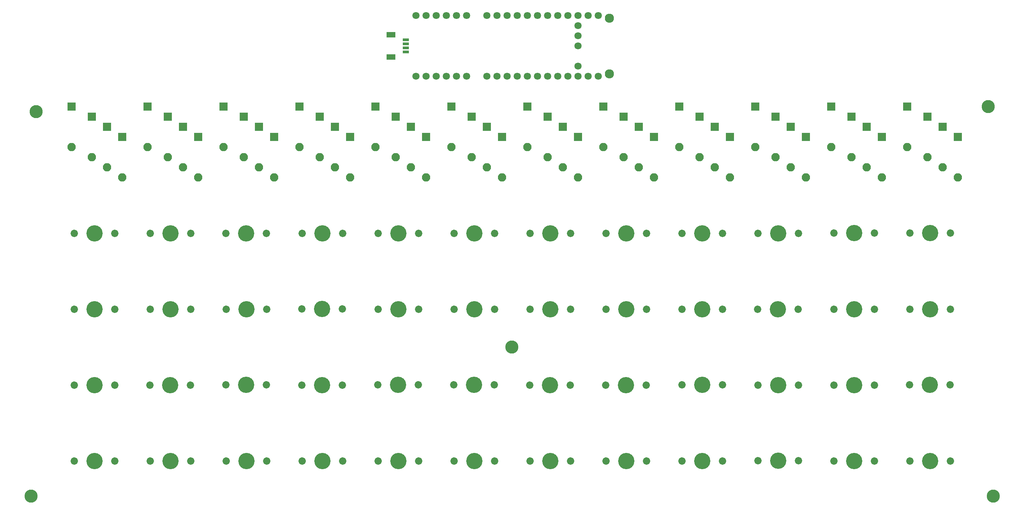
<source format=gbr>
%TF.GenerationSoftware,KiCad,Pcbnew,(5.1.6)-1*%
%TF.CreationDate,2020-05-24T16:15:15-05:00*%
%TF.ProjectId,cerkit_planck_proton,6365726b-6974-45f7-906c-616e636b5f70,rev?*%
%TF.SameCoordinates,Original*%
%TF.FileFunction,Soldermask,Top*%
%TF.FilePolarity,Negative*%
%FSLAX46Y46*%
G04 Gerber Fmt 4.6, Leading zero omitted, Abs format (unit mm)*
G04 Created by KiCad (PCBNEW (5.1.6)-1) date 2020-05-24 16:15:15*
%MOMM*%
%LPD*%
G01*
G04 APERTURE LIST*
%ADD10R,2.202180X1.402080*%
%ADD11R,1.551940X0.802640*%
%ADD12C,1.800000*%
%ADD13C,2.300000*%
%ADD14O,2.100000X2.100000*%
%ADD15R,2.100000X2.100000*%
%ADD16C,1.850000*%
%ADD17C,4.087800*%
%ADD18C,3.300000*%
G04 APERTURE END LIST*
D10*
%TO.C,>NAME*%
X114437160Y-39110920D03*
X114437160Y-44709080D03*
D11*
X118110000Y-43408600D03*
X118110000Y-42407840D03*
X118110000Y-41412160D03*
X118110000Y-40411400D03*
%TD*%
D12*
%TO.C,REF\u002A\u002A*%
X166380000Y-49525000D03*
X163840000Y-34310000D03*
D13*
X169204800Y-48915000D03*
X169204800Y-34919600D03*
D12*
X166380000Y-34310000D03*
X161300000Y-36850000D03*
X161300000Y-34310000D03*
X158760000Y-34310000D03*
X156220000Y-34310000D03*
X153680000Y-34310000D03*
X161300000Y-39390000D03*
X161300000Y-41930000D03*
X151140000Y-34310000D03*
X148600000Y-34310000D03*
X146060000Y-34310000D03*
X143520000Y-34310000D03*
X140980000Y-34310000D03*
X138440000Y-34310000D03*
X130820000Y-34310000D03*
X125740000Y-34310000D03*
X123200000Y-34310000D03*
X128280000Y-34310000D03*
X120660000Y-34310000D03*
X133360000Y-34310000D03*
X163840000Y-49525000D03*
X161300000Y-49525000D03*
X156220000Y-49525000D03*
X161300000Y-46985000D03*
X158760000Y-49525000D03*
X153680000Y-49525000D03*
X151140000Y-49525000D03*
X148600000Y-49525000D03*
X143520000Y-49525000D03*
X140980000Y-49525000D03*
X146060000Y-49525000D03*
X138440000Y-49525000D03*
X130820000Y-49525000D03*
X133360000Y-49525000D03*
X125740000Y-49525000D03*
X128280000Y-49525000D03*
X123200000Y-49525000D03*
X120660000Y-49525000D03*
%TD*%
D14*
%TO.C,REF\u002A\u002A*%
X34290000Y-67310000D03*
D15*
X34290000Y-57150000D03*
%TD*%
D16*
%TO.C,REF\u002A\u002A*%
X140345569Y-127024989D03*
X130185569Y-127024989D03*
D17*
X135265569Y-127024989D03*
%TD*%
D18*
%TO.C,REF\u002A\u002A*%
X144733644Y-117507381D03*
%TD*%
%TO.C,REF\u002A\u002A*%
X264160000Y-57150000D03*
%TD*%
%TO.C,REF\u002A\u002A*%
X25400000Y-58420000D03*
%TD*%
%TO.C,REF\u002A\u002A*%
X24130000Y-154940000D03*
%TD*%
%TO.C,REF\u002A\u002A*%
X265430000Y-154940000D03*
%TD*%
D15*
%TO.C,REF\u002A\u002A*%
X248920000Y-59690000D03*
D14*
X248920000Y-69850000D03*
%TD*%
D15*
%TO.C,REF\u002A\u002A*%
X243840000Y-57150000D03*
D14*
X243840000Y-67310000D03*
%TD*%
D15*
%TO.C,REF\u002A\u002A*%
X252730000Y-62230000D03*
D14*
X252730000Y-72390000D03*
%TD*%
D15*
%TO.C,REF\u002A\u002A*%
X256540000Y-64770000D03*
D14*
X256540000Y-74930000D03*
%TD*%
D15*
%TO.C,REF\u002A\u002A*%
X229870000Y-59690000D03*
D14*
X229870000Y-69850000D03*
%TD*%
D15*
%TO.C,REF\u002A\u002A*%
X224790000Y-57150000D03*
D14*
X224790000Y-67310000D03*
%TD*%
D15*
%TO.C,REF\u002A\u002A*%
X233680000Y-62230000D03*
D14*
X233680000Y-72390000D03*
%TD*%
D15*
%TO.C,REF\u002A\u002A*%
X237490000Y-64770000D03*
D14*
X237490000Y-74930000D03*
%TD*%
D15*
%TO.C,REF\u002A\u002A*%
X210820000Y-59690000D03*
D14*
X210820000Y-69850000D03*
%TD*%
D15*
%TO.C,REF\u002A\u002A*%
X205740000Y-57150000D03*
D14*
X205740000Y-67310000D03*
%TD*%
D15*
%TO.C,REF\u002A\u002A*%
X214630000Y-62230000D03*
D14*
X214630000Y-72390000D03*
%TD*%
D15*
%TO.C,REF\u002A\u002A*%
X218440000Y-64770000D03*
D14*
X218440000Y-74930000D03*
%TD*%
D15*
%TO.C,REF\u002A\u002A*%
X191770000Y-59690000D03*
D14*
X191770000Y-69850000D03*
%TD*%
D15*
%TO.C,REF\u002A\u002A*%
X186690000Y-57150000D03*
D14*
X186690000Y-67310000D03*
%TD*%
D15*
%TO.C,REF\u002A\u002A*%
X195580000Y-62230000D03*
D14*
X195580000Y-72390000D03*
%TD*%
D15*
%TO.C,REF\u002A\u002A*%
X199390000Y-64770000D03*
D14*
X199390000Y-74930000D03*
%TD*%
D15*
%TO.C,REF\u002A\u002A*%
X172720000Y-59690000D03*
D14*
X172720000Y-69850000D03*
%TD*%
D15*
%TO.C,REF\u002A\u002A*%
X167640000Y-57150000D03*
D14*
X167640000Y-67310000D03*
%TD*%
D15*
%TO.C,REF\u002A\u002A*%
X176530000Y-62230000D03*
D14*
X176530000Y-72390000D03*
%TD*%
D15*
%TO.C,REF\u002A\u002A*%
X180340000Y-64770000D03*
D14*
X180340000Y-74930000D03*
%TD*%
D15*
%TO.C,REF\u002A\u002A*%
X153670000Y-59690000D03*
D14*
X153670000Y-69850000D03*
%TD*%
D15*
%TO.C,REF\u002A\u002A*%
X148590000Y-57150000D03*
D14*
X148590000Y-67310000D03*
%TD*%
D15*
%TO.C,REF\u002A\u002A*%
X157480000Y-62230000D03*
D14*
X157480000Y-72390000D03*
%TD*%
D15*
%TO.C,REF\u002A\u002A*%
X161290000Y-64770000D03*
D14*
X161290000Y-74930000D03*
%TD*%
D15*
%TO.C,REF\u002A\u002A*%
X134620000Y-59690000D03*
D14*
X134620000Y-69850000D03*
%TD*%
D15*
%TO.C,REF\u002A\u002A*%
X129540000Y-57150000D03*
D14*
X129540000Y-67310000D03*
%TD*%
D15*
%TO.C,REF\u002A\u002A*%
X138430000Y-62230000D03*
D14*
X138430000Y-72390000D03*
%TD*%
D15*
%TO.C,REF\u002A\u002A*%
X142240000Y-64770000D03*
D14*
X142240000Y-74930000D03*
%TD*%
D15*
%TO.C,REF\u002A\u002A*%
X115570000Y-59690000D03*
D14*
X115570000Y-69850000D03*
%TD*%
D15*
%TO.C,REF\u002A\u002A*%
X110490000Y-57150000D03*
D14*
X110490000Y-67310000D03*
%TD*%
D15*
%TO.C,REF\u002A\u002A*%
X119380000Y-62230000D03*
D14*
X119380000Y-72390000D03*
%TD*%
D15*
%TO.C,REF\u002A\u002A*%
X123190000Y-64770000D03*
D14*
X123190000Y-74930000D03*
%TD*%
D15*
%TO.C,REF\u002A\u002A*%
X96520000Y-59690000D03*
D14*
X96520000Y-69850000D03*
%TD*%
D15*
%TO.C,REF\u002A\u002A*%
X91440000Y-57150000D03*
D14*
X91440000Y-67310000D03*
%TD*%
D15*
%TO.C,REF\u002A\u002A*%
X100330000Y-62230000D03*
D14*
X100330000Y-72390000D03*
%TD*%
D15*
%TO.C,REF\u002A\u002A*%
X104140000Y-64770000D03*
D14*
X104140000Y-74930000D03*
%TD*%
D15*
%TO.C,REF\u002A\u002A*%
X77470000Y-59690000D03*
D14*
X77470000Y-69850000D03*
%TD*%
D15*
%TO.C,REF\u002A\u002A*%
X72390000Y-57150000D03*
D14*
X72390000Y-67310000D03*
%TD*%
D15*
%TO.C,REF\u002A\u002A*%
X81280000Y-62230000D03*
D14*
X81280000Y-72390000D03*
%TD*%
D15*
%TO.C,REF\u002A\u002A*%
X85090000Y-64770000D03*
D14*
X85090000Y-74930000D03*
%TD*%
D15*
%TO.C,REF\u002A\u002A*%
X58420000Y-59690000D03*
D14*
X58420000Y-69850000D03*
%TD*%
D15*
%TO.C,REF\u002A\u002A*%
X53340000Y-57150000D03*
D14*
X53340000Y-67310000D03*
%TD*%
D15*
%TO.C,REF\u002A\u002A*%
X62230000Y-62230000D03*
D14*
X62230000Y-72390000D03*
%TD*%
D15*
%TO.C,REF\u002A\u002A*%
X66040000Y-64770000D03*
D14*
X66040000Y-74930000D03*
%TD*%
%TO.C,REF\u002A\u002A*%
X46990000Y-74930000D03*
D15*
X46990000Y-64770000D03*
%TD*%
D14*
%TO.C,REF\u002A\u002A*%
X43180000Y-72390000D03*
D15*
X43180000Y-62230000D03*
%TD*%
D14*
%TO.C,REF\u002A\u002A*%
X39370000Y-69850000D03*
D15*
X39370000Y-59690000D03*
%TD*%
D16*
%TO.C,REF\u002A\u002A*%
X121352004Y-88940058D03*
X111192004Y-88940058D03*
D17*
X116272004Y-88940058D03*
%TD*%
D16*
%TO.C,REF\u002A\u002A*%
X178440368Y-127052755D03*
X168280368Y-127052755D03*
D17*
X173360368Y-127052755D03*
%TD*%
D16*
%TO.C,REF\u002A\u002A*%
X197515533Y-127024989D03*
X187355533Y-127024989D03*
D17*
X192435533Y-127024989D03*
%TD*%
D16*
%TO.C,REF\u002A\u002A*%
X102277245Y-88940058D03*
X92117245Y-88940058D03*
D17*
X97197245Y-88940058D03*
%TD*%
D16*
%TO.C,REF\u002A\u002A*%
X159425487Y-107989188D03*
X149265487Y-107989188D03*
D17*
X154345487Y-107989188D03*
%TD*%
D16*
%TO.C,REF\u002A\u002A*%
X45136337Y-127069414D03*
X34976337Y-127069414D03*
D17*
X40056337Y-127069414D03*
%TD*%
D16*
%TO.C,REF\u002A\u002A*%
X64155971Y-127052755D03*
X53995971Y-127052755D03*
D17*
X59075971Y-127052755D03*
%TD*%
D16*
%TO.C,REF\u002A\u002A*%
X216556145Y-107989188D03*
X206396145Y-107989188D03*
D17*
X211476145Y-107989188D03*
%TD*%
D16*
%TO.C,REF\u002A\u002A*%
X197528196Y-108012593D03*
X187368196Y-108012593D03*
D17*
X192448196Y-108012593D03*
%TD*%
D16*
%TO.C,REF\u002A\u002A*%
X64199140Y-108019614D03*
X54039140Y-108019614D03*
D17*
X59119140Y-108019614D03*
%TD*%
D16*
%TO.C,REF\u002A\u002A*%
X83202486Y-88940058D03*
X73042486Y-88940058D03*
D17*
X78122486Y-88940058D03*
%TD*%
D16*
%TO.C,REF\u002A\u002A*%
X64197941Y-88940058D03*
X54037941Y-88940058D03*
D17*
X59117941Y-88940058D03*
%TD*%
D16*
%TO.C,REF\u002A\u002A*%
X45146586Y-88963463D03*
X34986586Y-88963463D03*
D17*
X40066586Y-88963463D03*
%TD*%
D16*
%TO.C,REF\u002A\u002A*%
X140379954Y-88940058D03*
X130219954Y-88940058D03*
D17*
X135299954Y-88940058D03*
%TD*%
D16*
%TO.C,REF\u002A\u002A*%
X254680002Y-146110448D03*
X244520002Y-146110448D03*
D17*
X249600002Y-146110448D03*
%TD*%
D16*
%TO.C,REF\u002A\u002A*%
X178485776Y-146110448D03*
X168325776Y-146110448D03*
D17*
X173405776Y-146110448D03*
%TD*%
D16*
%TO.C,REF\u002A\u002A*%
X216571320Y-146064172D03*
X206411320Y-146064172D03*
D17*
X211491320Y-146064172D03*
%TD*%
D16*
%TO.C,REF\u002A\u002A*%
X159419866Y-146133587D03*
X149259866Y-146133587D03*
D17*
X154339866Y-146133587D03*
%TD*%
D16*
%TO.C,REF\u002A\u002A*%
X102268412Y-146110448D03*
X92108412Y-146110448D03*
D17*
X97188412Y-146110448D03*
%TD*%
D16*
%TO.C,REF\u002A\u002A*%
X140377094Y-146110448D03*
X130217094Y-146110448D03*
D17*
X135297094Y-146110448D03*
%TD*%
D16*
%TO.C,REF\u002A\u002A*%
X121311184Y-146133587D03*
X111151184Y-146133587D03*
D17*
X116231184Y-146133587D03*
%TD*%
D16*
%TO.C,REF\u002A\u002A*%
X235614092Y-146087310D03*
X225454092Y-146087310D03*
D17*
X230534092Y-146087310D03*
%TD*%
D16*
%TO.C,REF\u002A\u002A*%
X197528548Y-146110448D03*
X187368548Y-146110448D03*
D17*
X192448548Y-146110448D03*
%TD*%
D16*
%TO.C,REF\u002A\u002A*%
X83248778Y-146133587D03*
X73088778Y-146133587D03*
D17*
X78168778Y-146133587D03*
%TD*%
D16*
%TO.C,REF\u002A\u002A*%
X64206007Y-146110448D03*
X54046007Y-146110448D03*
D17*
X59126007Y-146110448D03*
%TD*%
D16*
%TO.C,REF\u002A\u002A*%
X45116958Y-146110448D03*
X34956958Y-146110448D03*
D17*
X40036958Y-146110448D03*
%TD*%
D16*
%TO.C,REF\u002A\u002A*%
X254657732Y-127024989D03*
X244497732Y-127024989D03*
D17*
X249577732Y-127024989D03*
%TD*%
D16*
%TO.C,REF\u002A\u002A*%
X216562933Y-127052755D03*
X206402933Y-127052755D03*
D17*
X211482933Y-127052755D03*
%TD*%
D16*
%TO.C,REF\u002A\u002A*%
X159392968Y-127052755D03*
X149232968Y-127052755D03*
D17*
X154312968Y-127052755D03*
%TD*%
D16*
%TO.C,REF\u002A\u002A*%
X235610332Y-127052755D03*
X225450332Y-127052755D03*
D17*
X230530332Y-127052755D03*
%TD*%
D16*
%TO.C,REF\u002A\u002A*%
X254658854Y-107989188D03*
X244498854Y-107989188D03*
D17*
X249578854Y-107989188D03*
%TD*%
D16*
%TO.C,REF\u002A\u002A*%
X235630905Y-107989188D03*
X225470905Y-107989188D03*
D17*
X230550905Y-107989188D03*
%TD*%
D16*
%TO.C,REF\u002A\u002A*%
X83203370Y-127024989D03*
X73043370Y-127024989D03*
D17*
X78123370Y-127024989D03*
%TD*%
D16*
%TO.C,REF\u002A\u002A*%
X121298169Y-127024989D03*
X111138169Y-127024989D03*
D17*
X116218169Y-127024989D03*
%TD*%
D16*
%TO.C,REF\u002A\u002A*%
X102250770Y-127052755D03*
X92090770Y-127052755D03*
D17*
X97170770Y-127052755D03*
%TD*%
D16*
%TO.C,REF\u002A\u002A*%
X102248019Y-107965783D03*
X92088019Y-107965783D03*
D17*
X97168019Y-107965783D03*
%TD*%
D16*
%TO.C,REF\u002A\u002A*%
X140374132Y-107989188D03*
X130214132Y-107989188D03*
D17*
X135294132Y-107989188D03*
%TD*%
D16*
%TO.C,REF\u002A\u002A*%
X121346182Y-107989188D03*
X111186182Y-107989188D03*
D17*
X116266182Y-107989188D03*
%TD*%
D16*
%TO.C,REF\u002A\u002A*%
X45124381Y-107996209D03*
X34964381Y-107996209D03*
D17*
X40044381Y-107996209D03*
%TD*%
D16*
%TO.C,REF\u002A\u002A*%
X254664676Y-88916654D03*
X244504676Y-88916654D03*
D17*
X249584676Y-88916654D03*
%TD*%
D16*
%TO.C,REF\u002A\u002A*%
X216561968Y-88940058D03*
X206401968Y-88940058D03*
D17*
X211481968Y-88940058D03*
%TD*%
D16*
%TO.C,REF\u002A\u002A*%
X235636727Y-88916654D03*
X225476727Y-88916654D03*
D17*
X230556727Y-88916654D03*
%TD*%
D16*
%TO.C,REF\u002A\u002A*%
X178476841Y-107989188D03*
X168316841Y-107989188D03*
D17*
X173396841Y-107989188D03*
%TD*%
D16*
%TO.C,REF\u002A\u002A*%
X83250495Y-107996209D03*
X73090495Y-107996209D03*
D17*
X78170495Y-107996209D03*
%TD*%
D16*
%TO.C,REF\u002A\u002A*%
X159454713Y-88940058D03*
X149294713Y-88940058D03*
D17*
X154374713Y-88940058D03*
%TD*%
D16*
%TO.C,REF\u002A\u002A*%
X197510613Y-88940058D03*
X187350613Y-88940058D03*
D17*
X192430613Y-88940058D03*
%TD*%
D16*
%TO.C,REF\u002A\u002A*%
X178482663Y-88940058D03*
X168322663Y-88940058D03*
D17*
X173402663Y-88940058D03*
%TD*%
M02*

</source>
